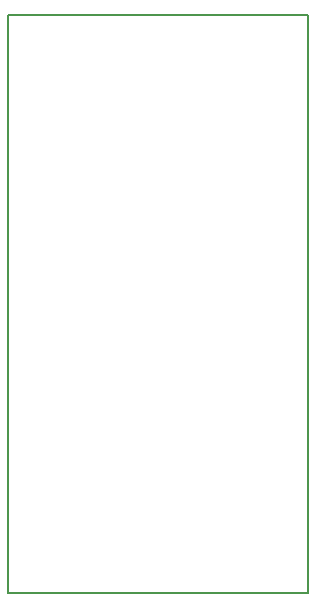
<source format=gbr>
G04 DipTrace 3.0.0.2*
G04 BoardOutline.gbr*
%MOIN*%
G04 #@! TF.FileFunction,Profile*
G04 #@! TF.Part,Single*
%ADD11C,0.005512*%
%FSLAX26Y26*%
G04*
G70*
G90*
G75*
G01*
G04 BoardOutline*
%LPD*%
X0Y1925000D2*
D11*
X1000000D1*
Y0D1*
X0D1*
Y1925000D1*
X175000Y200000D2*
D3*
Y1500000D2*
D3*
X875000Y200000D2*
D3*
Y1500000D2*
D3*
M02*

</source>
